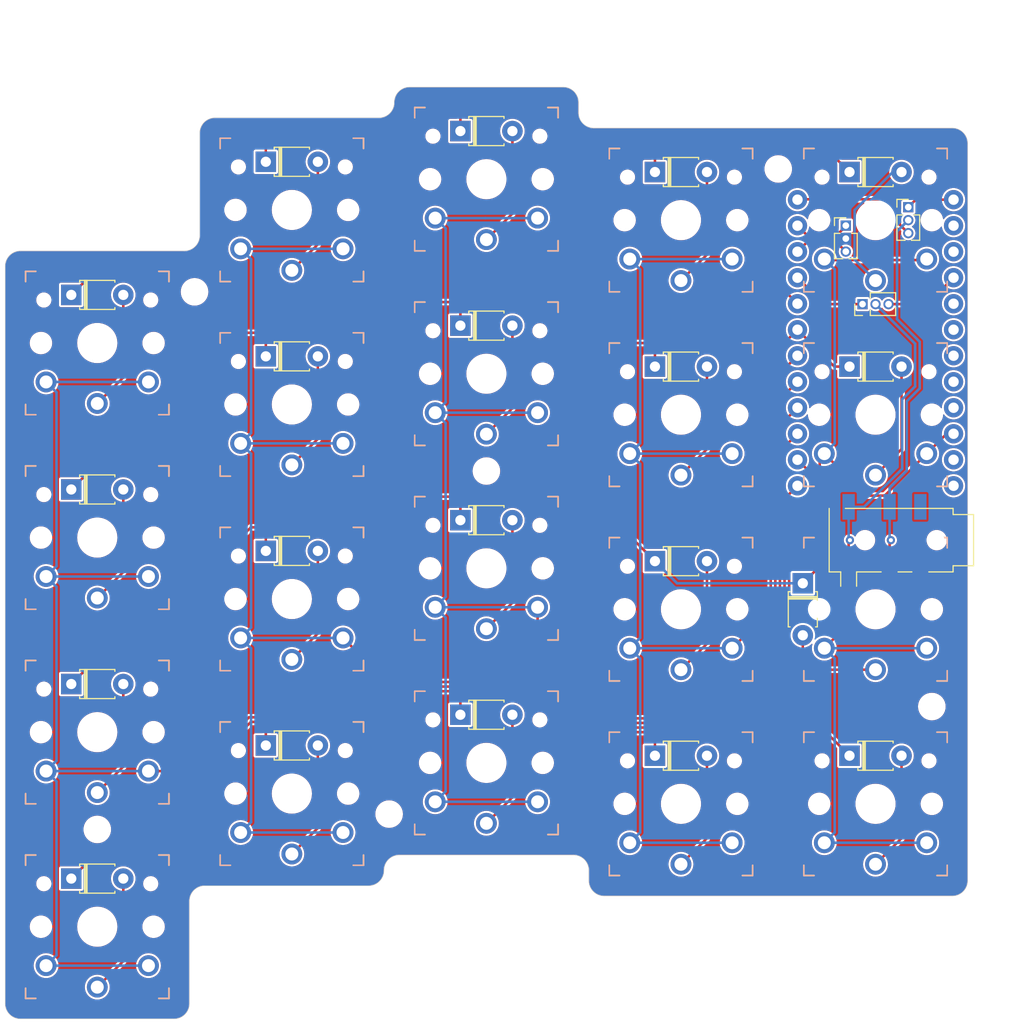
<source format=kicad_pcb>
(kicad_pcb (version 20221018) (generator pcbnew)
  (layers (0 "F.Cu" signal) (31 "B.Cu" signal) (34 "B.Paste" user) (35 "F.Paste" user) (36 "B.SilkS" user "B.Silkscreen") (37 "F.SilkS" user "F.Silkscreen") (38 "B.Mask" user) (39 "F.Mask" user) (44 "Edge.Cuts" user))
  (net 0 "")
  (net 1 "Net-(B1-Pad24)")
  (net 2 "Net-(B1-Pad23)")
  (net 3 "Net-(B1-Pad22)")
  (net 4 "Net-(B1-Pad21)")
  (net 5 "Net-(B1-Pad20)")
  (net 6 "Net-(B1-Pad19)")
  (net 7 "Net-(B1-Pad18)")
  (net 8 "Net-(B1-Pad17)")
  (net 9 "Net-(B1-Pad16)")
  (net 10 "Net-(B1-Pad14)")
  (net 11 "Net-(B1-Pad13)")
  (net 12 "Net-(B1-Pad4)")
  (net 13 "Net-(B1-Pad3)")
  (net 14 "Net-(B1-Pad2)")
  (net 15 "Net-(B1-Pad1)")
  (net 16 "Net-(D1-Pad2)")
  (net 17 "row0")
  (net 18 "Net-(D2-Pad2)")
  (net 19 "row1")
  (net 20 "Net-(D3-Pad2)")
  (net 21 "row2")
  (net 22 "Net-(D4-Pad2)")
  (net 23 "row3")
  (net 24 "Net-(D5-Pad2)")
  (net 25 "Net-(D6-Pad2)")
  (net 26 "Net-(D7-Pad2)")
  (net 27 "Net-(D8-Pad2)")
  (net 28 "Net-(D9-Pad2)")
  (net 29 "Net-(D10-Pad2)")
  (net 30 "Net-(D11-Pad2)")
  (net 31 "Net-(D12-Pad2)")
  (net 32 "Net-(D13-Pad2)")
  (net 33 "Net-(D14-Pad2)")
  (net 34 "Net-(D15-Pad2)")
  (net 35 "Net-(D16-Pad2)")
  (net 36 "Net-(D17-Pad2)")
  (net 37 "Net-(D18-Pad2)")
  (net 38 "Net-(D19-Pad2)")
  (net 39 "Net-(D20-Pad2)")
  (net 40 "Net-(J1-PadR2)")
  (net 41 "TX")
  (net 42 "+5V")
  (net 43 "GND")
  (net 44 "col0")
  (net 45 "col1")
  (net 46 "col2")
  (net 47 "col3")
  (net 48 "col4")
  (footprint "Diode_THT:D_T-1_P5.08mm_Horizontal" (layer "F.Cu") (at 178.4 106.96 -90)
    (fp_text reference "D19" hide)
    (fp_text value "D_Small")
  )
  (footprint "Diode_THT:D_T-1_P5.08mm_Horizontal" (layer "F.Cu") (at 106.96 78.8)
    (fp_text reference "D1" hide)
    (fp_text value "D_Small")
  )
  (footprint "Diode_THT:D_T-1_P5.08mm_Horizontal" (layer "F.Cu") (at 106.96 97.8)
    (fp_text reference "D2" hide)
    (fp_text value "D_Small")
  )
  (footprint "Diode_THT:D_T-1_P5.08mm_Horizontal" (layer "F.Cu") (at 106.96 116.8)
    (fp_text reference "D3" hide)
    (fp_text value "D_Small")
  )
  (footprint "Diode_THT:D_T-1_P5.08mm_Horizontal" (layer "F.Cu") (at 106.96 135.8)
    (fp_text reference "D4" hide)
    (fp_text value "D_Small")
  )
  (footprint "Diode_THT:D_T-1_P5.08mm_Horizontal" (layer "F.Cu") (at 125.96 65.8)
    (fp_text reference "D5" hide)
    (fp_text value "D_Small")
  )
  (footprint "Diode_THT:D_T-1_P5.08mm_Horizontal" (layer "F.Cu") (at 125.96 84.8)
    (fp_text reference "D6" hide)
    (fp_text value "D_Small")
  )
  (footprint "Diode_THT:D_T-1_P5.08mm_Horizontal" (layer "F.Cu") (at 125.96 103.8)
    (fp_text reference "D7" hide)
    (fp_text value "D_Small")
  )
  (footprint "Diode_THT:D_T-1_P5.08mm_Horizontal" (layer "F.Cu") (at 125.96 122.8)
    (fp_text reference "D8" hide)
    (fp_text value "D_Small")
  )
  (footprint "Diode_THT:D_T-1_P5.08mm_Horizontal" (layer "F.Cu") (at 144.96 62.8)
    (fp_text reference "D9" hide)
    (fp_text value "D_Small")
  )
  (footprint "Diode_THT:D_T-1_P5.08mm_Horizontal" (layer "F.Cu") (at 144.96 81.8)
    (fp_text reference "D10" hide)
    (fp_text value "D_Small")
  )
  (footprint "Diode_THT:D_T-1_P5.08mm_Horizontal" (layer "F.Cu") (at 144.96 100.8)
    (fp_text reference "D11" hide)
    (fp_text value "D_Small")
  )
  (footprint "Diode_THT:D_T-1_P5.08mm_Horizontal" (layer "F.Cu") (at 144.96 119.8)
    (fp_text reference "D12" hide)
    (fp_text value "D_Small")
  )
  (footprint "Diode_THT:D_T-1_P5.08mm_Horizontal" (layer "F.Cu") (at 163.96 66.8)
    (fp_text reference "D13" hide)
    (fp_text value "D_Small")
  )
  (footprint "Diode_THT:D_T-1_P5.08mm_Horizontal" (layer "F.Cu") (at 163.96 85.8)
    (fp_text reference "D14" hide)
    (fp_text value "D_Small")
  )
  (footprint "Diode_THT:D_T-1_P5.08mm_Horizontal" (layer "F.Cu") (at 163.96 104.8)
    (fp_text reference "D15" hide)
    (fp_text value "D_Small")
  )
  (footprint "Diode_THT:D_T-1_P5.08mm_Horizontal" (layer "F.Cu") (at 163.96 123.8)
    (fp_text reference "D16" hide)
    (fp_text value "D_Small")
  )
  (footprint "Diode_THT:D_T-1_P5.08mm_Horizontal" (layer "F.Cu") (at 182.96 66.8)
    (fp_text reference "D17" hide)
    (fp_text value "D_Small")
  )
  (footprint "Diode_THT:D_T-1_P5.08mm_Horizontal" (layer "F.Cu") (at 182.96 85.8)
    (fp_text reference "D18" hide)
    (fp_text value "D_Small")
  )
  (footprint "Diode_THT:D_T-1_P5.08mm_Horizontal" (layer "F.Cu") (at 182.96 123.8)
    (fp_text reference "D20" hide)
    (fp_text value "D_Small")
  )
  (footprint "MountingHole:MountingHole_2.2mm_M2" (layer "F.Cu") (at 119 78.5)
    (fp_text reference "H1" hide)
    (fp_text value "MountingHole")
  )
  (footprint "MountingHole:MountingHole_2.2mm_M2" (layer "F.Cu") (at 109.5 131)
    (fp_text reference "H2" hide)
    (fp_text value "MountingHole")
  )
  (footprint "MountingHole:MountingHole_2.2mm_M2" (layer "F.Cu") (at 147.5 96)
    (fp_text reference "H3" hide)
    (fp_text value "MountingHole")
  )
  (footprint "MountingHole:MountingHole_2.2mm_M2" (layer "F.Cu") (at 138 129.5)
    (fp_text reference "H4" hide)
    (fp_text value "MountingHole")
  )
  (footprint "MountingHole:MountingHole_2.2mm_M2" (layer "F.Cu") (at 176 66.5)
    (fp_text reference "H5" hide)
    (fp_text value "MountingHole")
  )
  (footprint "MountingHole:MountingHole_2.2mm_M2" (layer "F.Cu") (at 191 119)
    (fp_text reference "H6" hide)
    (fp_text value "MountingHole")
  )
  (footprint "Connector_PinHeader_1.27mm:PinHeader_1x03_P1.27mm_Vertical" (layer "F.Cu") (at 182.6 72.03)
    (fp_text reference "JP1" hide)
    (fp_text value "Jumper_3_Open")
  )
  (footprint "Connector_PinHeader_1.27mm:PinHeader_1x03_P1.27mm_Vertical" (layer "F.Cu") (at 184.23 79.7 90)
    (fp_text reference "JP3" hide)
    (fp_text value "Jumper_3_Open")
  )
  (footprint "keyswitches:SW_PG1350_reversible" (layer "F.Cu") (at 109.5 83.5)
    (fp_text reference "SW1" hide)
    (fp_text value "SW_Push")
  )
  (footprint "keyswitches:SW_PG1350_reversible" (layer "F.Cu") (at 109.5 102.5)
    (fp_text reference "SW2" hide)
    (fp_text value "SW_Push")
  )
  (footprint "keyswitches:SW_PG1350_reversible" (layer "F.Cu") (at 109.5 121.5)
    (fp_text reference "SW3" hide)
    (fp_text value "SW_Push")
  )
  (footprint "keyswitches:SW_PG1350_reversible" (layer "F.Cu") (at 128.5 70.5)
    (fp_text reference "SW5" hide)
    (fp_text value "SW_Push")
  )
  (footprint "keyswitches:SW_PG1350_reversible" (layer "F.Cu") (at 128.5 89.5)
    (fp_text reference "SW6" hide)
    (fp_text value "SW_Push")
  )
  (footprint "keyswitches:SW_PG1350_reversible" (layer "F.Cu") (at 128.5 108.5)
    (fp_text reference "SW7" hide)
    (fp_text value "SW_Push")
  )
  (footprint "keyswitches:SW_PG1350_reversible" (layer "F.Cu") (at 128.5 127.5)
    (fp_text reference "SW8" hide)
    (fp_text value "SW_Push")
  )
  (footprint "keyswitches:SW_PG1350_reversible" (layer "F.Cu") (at 147.5 67.5)
    (fp_text reference "SW9" hide)
    (fp_text value "SW_Push")
  )
  (footprint "keyswitches:SW_PG1350_reversible" (layer "F.Cu") (at 147.5 86.5)
    (fp_text reference "SW10" hide)
    (fp_text value "SW_Push")
  )
  (footprint "keyswitches:SW_PG1350_reversible" (layer "F.Cu") (at 147.5 105.5)
    (fp_text reference "SW11" hide)
    (fp_text value "SW_Push")
  )
  (footprint "keyswitches:SW_PG1350_reversible" (layer "F.Cu") (at 147.5 124.5)
    (fp_text reference "SW12" hide)
    (fp_text value "SW_Push")
  )
  (footprint "keyswitches:SW_PG1350_reversible" (layer "F.Cu") (at 166.5 71.5)
    (fp_text reference "SW13" hide)
    (fp_text value "SW_Push")
  )
  (footprint "keyswitches:SW_PG1350_reversible" (layer "F.Cu") (at 166.5 90.5)
    (fp_text reference "SW14" hide)
    (fp_text value "SW_Push")
  )
  (footprint "keyswitches:SW_PG1350_reversible" (layer "F.Cu") (at 166.5 109.5)
    (fp_text reference "SW15" hide)
    (fp_text value "SW_Push")
  )
  (footprint "keyswitches:SW_PG1350_reversible" (layer "F.Cu") (at 166.5 128.5)
    (fp_text reference "SW16" hide)
    (fp_text value "SW_Push")
  )
  (footprint "keyswitches:SW_PG1350_reversible" (layer "F.Cu") (at 185.5 71.5)
    (fp_text reference "SW17" hide)
    (fp_text value "SW_Push")
  )
  (footprint "keyswitches:SW_PG1350_reversible" (layer "F.Cu") (at 185.5 90.5)
    (fp_text reference "SW18" hide)
    (fp_text value "SW_Push")
  )
  (footprint "keyswitches:SW_PG1350_reversible" (layer "F.Cu") (at 185.5 109.5)
    (fp_text reference "SW19" hide)
    (fp_text value "SW_Push")
  )
  (footprint "keyswitches:SW_PG1350_reversible" (layer "F.Cu") (at 185.5 128.5)
    (fp_text reference "SW20" hide)
    (fp_text value "SW_Push")
  )
  (footprint "Boards:SPARKFUN_PRO_MICRO" (layer "F.Cu") (at 185.5 82.2)
    (fp_text reference "B1" hide)
    (fp_text value "SPARKFUN_PRO_MICRO" hide)
  )
  (footprint "Connector_PinHeader_1.27mm:PinHeader_1x03_P1.27mm_Vertical" (layer "F.Cu") (at 188.7 70.23)
    (fp_text reference "JP2" hide)
    (fp_text value "Jumper_3_Open")
  )
  (footprint "keyswitches:SW_PG1350_reversible" (layer "F.Cu") (at 109.5 140.5)
    (fp_text reference "SW4" hide)
    (fp_text value "SW_Push")
  )
  (footprint "Connector_Audio:Jack_3.5mm_PJ320D_Horizontal" (layer "F.Cu") (at 186.7 102.75 180)
    (fp_text reference "J1" hide)
    (fp_text value "AudioJack4")
  )
  (gr_line (start 157.5 135) (end 157.5 136) (stroke (width 0.05)) (layer "Edge.Cuts"))
  (gr_line (start 156.5 61) (end 156.5 60) (stroke (width 0.05)) (layer "Edge.Cuts"))
  (gr_line (start 100.5 76) (end 100.5 148) (stroke (width 0.05)) (layer "Edge.Cuts"))
  (gr_arc (start 118.5 138) (mid 118.93934 136.93934) (end 120 136.5) (stroke (width 0.05)) (layer "Edge.Cuts"))
  (gr_arc (start 118.5 148) (mid 118.06066 149.06066) (end 117 149.5) (stroke (width 0.05)) (layer "Edge.Cuts"))
  (gr_arc (start 102 149.5) (mid 100.93934 149.06066) (end 100.5 148) (stroke (width 0.05)) (layer "Edge.Cuts"))
  (gr_arc (start 194.5 136) (mid 194.06066 137.06066) (end 193 137.5) (stroke (width 0.05)) (layer "Edge.Cuts"))
  (gr_arc (start 100.5 76) (mid 100.93934 74.93934) (end 102 74.5) (stroke (width 0.05)) (layer "Edge.Cuts"))
  (gr_arc (start 138.5 60) (mid 138.93934 58.93934) (end 140 58.5) (stroke (width 0.05)) (layer "Edge.Cuts"))
  (gr_arc (start 119.5 63) (mid 119.93934 61.93934) (end 121 61.5) (stroke (width 0.05)) (layer "Edge.Cuts"))
  (gr_line (start 159 137.5) (end 193 137.5) (stroke (width 0.05)) (layer "Edge.Cuts"))
  (gr_arc (start 119.5 73) (mid 119.06066 74.06066) (end 118 74.5) (stroke (width 0.05)) (layer "Edge.Cuts"))
  (gr_arc (start 159 137.5) (mid 157.93934 137.06066) (end 157.5 136) (stroke (width 0.05)) (layer "Edge.Cuts"))
  (gr_arc (start 193 62.5) (mid 194.06066 62.93934) (end 194.5 64) (stroke (width 0.05)) (layer "Edge.Cuts"))
  (gr_line (start 139 133.5) (end 156 133.5) (stroke (width 0.05)) (layer "Edge.Cuts"))
  (gr_line (start 119.5 63) (end 119.5 73) (stroke (width 0.05)) (layer "Edge.Cuts"))
  (gr_line (start 194.5 136) (end 194.5 64) (stroke (width 0.05)) (layer "Edge.Cuts"))
  (gr_line (start 102 149.5) (end 117 149.5) (stroke (width 0.05)) (layer "Edge.Cuts"))
  (gr_line (start 118 74.5) (end 102 74.5) (stroke (width 0.05)) (layer "Edge.Cuts"))
  (gr_line (start 193 62.5) (end 158 62.5) (stroke (width 0.05)) (layer "Edge.Cuts"))
  (gr_arc (start 137.5 135) (mid 137.93934 133.93934) (end 139 133.5) (stroke (width 0.05)) (layer "Edge.Cuts"))
  (gr_line (start 155 58.5) (end 140 58.5) (stroke (width 0.05)) (layer "Edge.Cuts"))
  (gr_arc (start 158 62.5) (mid 156.93934 62.06066) (end 156.5 61) (stroke (width 0.05)) (layer "Edge.Cuts"))
  (gr_line (start 120 136.5) (end 136 136.5) (stroke (width 0.05)) (layer "Edge.Cuts"))
  (gr_line (start 118.5 148) (end 118.5 138) (stroke (width 0.05)) (layer "Edge.Cuts"))
  (gr_arc (start 138.5 60) (mid 138.06066 61.06066) (end 137 61.5) (stroke (width 0.05)) (layer "Edge.Cuts"))
  (gr_line (start 137 61.5) (end 121 61.5) (stroke (width 0.05)) (layer "Edge.Cuts"))
  (gr_arc (start 137.5 135) (mid 137.06066 136.06066) (end 136 136.5) (stroke (width 0.05)) (layer "Edge.Cuts"))
  (gr_arc (start 156 133.5) (mid 157.06066 133.93934) (end 157.5 135) (stroke (width 0.05)) (layer "Edge.Cuts"))
  (gr_arc (start 155 58.5) (mid 156.06066 58.93934) (end 156.5 60) (stroke (width 0.05)) (layer "Edge.Cuts"))
  (segment (start 193.12 69.5) (end 189.43 69.5) (width 0.25) (layer "F.Cu") (net 1))
  (segment (start 189.43 69.5) (end 188.7 70.23) (width 0.25) (layer "F.Cu") (net 1))
  (segment (start 190.54 79.7) (end 193.12 77.12) (width 0.25) (layer "F.Cu") (net 4))
  (segment (start 186.77 79.7) (end 190.54 79.7) (width 0.25) (layer "F.Cu") (net 4))
  (segment (start 180.46 79.7) (end 177.88 77.12) (width 0.25) (layer "F.Cu") (net 12))
  (segment (start 184.23 79.7) (end 180.46 79.7) (width 0.25) (layer "F.Cu") (net 12))
  (segment (start 177.88 74.58) (end 178.91 73.55) (width 0.25) (layer "F.Cu") (net 13))
  (segment (start 181.58 73.55) (end 182.6 74.57) (width 0.25) (layer "F.Cu") (net 13))
  (segment (start 178.91 73.55) (end 181.58 73.55) (width 0.25) (layer "F.Cu") (net 13))
  (segment (start 178.91 73.07) (end 181.608998 73.07) (width 0.25) (layer "F.Cu") (net 14))
  (segment (start 182.6 72.078998) (end 182.6 72.03) (width 0.25) (layer "F.Cu") (net 14))
  (segment (start 177.88 72.04) (end 178.91 73.07) (width 0.25) (layer "F.Cu") (net 14))
  (segment (start 181.608998 73.07) (end 182.6 72.078998) (width 0.25) (layer "F.Cu") (net 14))
  (segment (start 188.7 72.77) (end 187.874999 71.944999) (width 0.25) (layer "F.Cu") (net 15))
  (segment (start 187.874999 71.944999) (end 187.874999 70.856537) (width 0.25) (layer "F.Cu") (net 15))
  (segment (start 177.919501 69.460499) (end 177.88 69.5) (width 0.25) (layer "F.Cu") (net 15))
  (segment (start 186.478961 69.460499) (end 177.919501 69.460499) (width 0.25) (layer "F.Cu") (net 15))
  (segment (start 187.874999 70.856537) (end 186.478961 69.460499) (width 0.25) (layer "F.Cu") (net 15))
  (segment (start 112.04 78.8) (end 112.04 86.86) (width 0.25) (layer "F.Cu") (net 16))
  (segment (start 112.04 86.86) (end 109.5 89.4) (width 0.25) (layer "F.Cu") (net 16))
  (segment (start 127 63.5) (end 136.5 63.5) (width 0.25) (layer "F.Cu") (net 17))
  (segment (start 158.880734 64.5) (end 165 64.5) (width 0.25) (layer "F.Cu") (net 17))
  (segment (start 125.96 64.54) (end 127 63.5) (width 0.25) (layer "F.Cu") (net 17))
  (segment (start 155 60.619266) (end 155.440367 61.059633) (width 0.25) (layer "F.Cu") (net 17))
  (segment (start 165 64.5) (end 168.5 64.5) (width 0.25) (layer "F.Cu") (net 17))
  (segment (start 109.26 76.5) (end 118 76.5) (width 0.25) (layer "F.Cu") (net 17))
  (segment (start 118 76.5) (end 121.5 73) (width 0.25) (layer "F.Cu") (net 17))
  (segment (start 146 60.5) (end 153.5 60.5) (width 0.25) (layer "F.Cu") (net 17))
  (segment (start 153.5 60.5) (end 154.880734 60.5) (width 0.25) (layer "F.Cu") (net 17))
  (segment (start 144.96 61.54) (end 146 60.5) (width 0.25) (layer "F.Cu") (net 17))
  (segment (start 155.440367 61.059633) (end 158.880734 64.5) (width 0.25) (layer "F.Cu") (net 17))
  (segment (start 176.615199 70.115199) (end 176.615199 78.395199) (width 0.25) (layer "F.Cu") (net 17))
  (segment (start 180.66 64.5) (end 182.96 66.8) (width 0.25) (layer "F.Cu") (net 17))
  (segment (start 171 64.5) (end 176.615199 70.115199) (width 0.25) (layer "F.Cu") (net 17))
  (segment (start 168.5 64.5) (end 180.66 64.5) (width 0.25) (layer "F.Cu") (net 17))
  (segment (start 124.5 63.5) (end 127 63.5) (width 0.25) (layer "F.Cu") (net 17))
  (segment (start 121.5 73) (end 121.5 66.5) (width 0.25) (layer "F.Cu") (net 17))
  (segment (start 163.96 66.8) (end 163.96 65.54) (width 0.25) (layer "F.Cu") (net 17))
  (segment (start 144.96 62.8) (end 144.96 61.54) (width 0.25) (layer "F.Cu") (net 17))
  (segment (start 125.96 65.8) (end 125.96 64.54) (width 0.25) (layer "F.Cu") (net 17))
  (segment (start 154.880734 60.5) (end 155.440367 61.059633) (width 0.25) (layer "F.Cu") (net 17))
  (segment (start 163.96 65.54) (end 165 64.5) (width 0.25) (layer "F.Cu") (net 17))
  (segment (start 121.5 66.5) (end 124.5 63.5) (width 0.25) (layer "F.Cu") (net 17))
  (segment (start 139.5 60.5) (end 146 60.5) (width 0.25) (layer "F.Cu") (net 17))
  (segment (start 106.96 78.8) (end 109.26 76.5) (width 0.25) (layer "F.Cu") (net 17))
  (segment (start 136.5 63.5) (end 139.5 60.5) (width 0.25) (layer "F.Cu") (net 17))
  (segment (start 165 64.5) (end 171 64.5) (width 0.25) (layer "F.Cu") (net 17))
  (segment (start 176.615199 78.395199) (end 177.88 79.66) (width 0.25) (layer "F.Cu") (net 17))
  (segment (start 112.04 97.8) (end 112.04 105.86) (width 0.25) (layer "F.Cu") (net 18))
  (segment (start 112.04 105.86) (end 109.5 108.4) (width 0.25) (layer "F.Cu") (net 18))
  (segment (start 121.5 90.5) (end 121.5 85) (width 0.25) (layer "F.Cu") (net 19))
  (segment (start 124 82.5) (end 127 82.5) (width 0.25) (layer "F.Cu") (net 19))
  (segment (start 159 83.5) (end 165 83.5) (width 0.25) (layer "F.Cu") (net 19))
  (segment (start 144.96 81.8) (end 144.96 80.54) (width 0.25) (layer "F.Cu") (net 19))
  (segment (start 181.48 85.8) (end 177.88 82.2) (width 0.25) (layer "F.Cu") (net 19))
  (segment (start 146 79.5) (end 155 79.5) (width 0.25) (layer "F.Cu") (net 19))
  (segment (start 163.96 84.54) (end 165 83.5) (width 0.25) (layer "F.Cu") (net 19))
  (segment (start 109.26 95.5) (end 116.5 95.5) (width 0.25) (layer "F.Cu") (net 19))
  (segment (start 182.96 85.8) (end 181.48 85.8) (width 0.25) (layer "F.Cu") (net 19))
  (segment (start 163.96 85.8) (end 163.96 84.54) (width 0.25) (layer "F.Cu") (net 19))
  (segment (start 125.96 83.54) (end 127 82.5) (width 0.25) (layer "F.Cu") (net 19))
  (segment (start 125.96 84.8) (end 125.96 83.54) (width 0.25) (layer "F.Cu") (net 19))
  (segment (start 127 82.5) (end 136.5 82.5) (width 0.25) (layer "F.Cu") (net 19))
  (segment (start 176.58 83.5) (end 177.88 82.2) (width 0.25) (layer "F.Cu") (net 19))
  (segment (start 144.96 80.54) (end 146 79.5) (width 0.25) (layer "F.Cu") (net 19))
  (segment (start 173.5 83.5) (end 176.58 83.5) (width 0.25) (layer "F.Cu") (net 19))
  (segment (start 155 79.5) (end 159 83.5) (width 0.25) (layer "F.Cu") (net 19))
  (segment (start 121.5 85) (end 124 82.5) (width 0.25) (layer "F.Cu") (net 19))
  (segment (start 136.5 82.5) (end 139.5 79.5) (width 0.25) (layer "F.Cu") (net 19))
  (segment (start 139.5 79.5) (end 146 79.5) (width 0.25) (layer "F.Cu") (net 19))
  (segment (start 106.96 97.8) (end 109.26 95.5) (width 0.25) (layer "F.Cu") (net 19))
  (segment (start 116.5 95.5) (end 121.5 90.5) (width 0.25) (layer "F.Cu") (net 19))
  (segment (start 165 83.5) (end 173.5 83.5) (width 0.25) (layer "F.Cu") (net 19))
  (segment (start 112.04 116.8) (end 112.04 124.86) (width 0.25) (layer "F.Cu") (net 20))
  (segment (start 112.04 124.86) (end 109.5 127.4) (width 0.25) (layer "F.Cu") (net 20))
  (segment (start 179.6 105.6) (end 179.6 105.76) (width 0.25) (layer "F.Cu") (net 21))
  (segment (start 124.5 101.5) (end 127 101.5) (width 0.25) (layer "F.Cu") (net 21))
  (segment (start 127 101.5) (end 136.5 101.5) (width 0.25) (layer "F.Cu") (net 21))
  (segment (start 116.5 114.5) (end 121.5 109.5) (width 0.25) (layer "F.Cu") (net 21))
  (segment (start 163.96 104.8) (end 161.66 102.5) (width 0.25) (layer "F.Cu") (net 21))
  (segment (start 146 98.5) (end 155 98.5) (width 0.25) (layer "F.Cu") (net 21))
  (segment (start 136.5 101.5) (end 139.5 98.5) (width 0.25) (layer "F.Cu") (net 21))
  (segment (start 144.96 100.8) (end 144.96 99.54) (width 0.25) (layer "F.Cu") (net 21))
  (segment (start 106.96 116.8) (end 109.26 114.5) (width 0.25) (layer "F.Cu") (net 21))
  (segment (start 125.96 103.8) (end 125.96 102.54) (width 0.25) (layer "F.Cu") (net 21))
  (segment (start 121.5 109.5) (end 121.5 104.5) (width 0.25) (layer "F.Cu") (net 21))
  (segment (start 139.5 98.5) (end 146 98.5) (width 0.25) (layer "F.Cu") (net 21))
  (segment (start 179.6 96.62) (end 179.6 105.6) (width 0.25) (layer "F.Cu") (net 21))
  (segment (start 155 98.5) (end 159 102.5) (width 0.25) (layer "F.Cu") (net 21))
  (segment (start 144.96 99.54) (end 146 98.5) (width 0.25) (layer "F.Cu") (net 21))
  (segment (start 179.6 105.76) (end 178.4 106.96) (width 0.25) (layer "F.Cu") (net 21))
  (segment (start 161.66 102.5) (end 159 102.5) (width 0.25) (layer "F.Cu") (net 21))
  (segment (start 177.88 94.9) (end 179.6 96.62) (width 0.25) (layer "F.Cu") (net 21))
  (segment (start 121.5 104.5) (end 124.5 101.5) (width 0.25) (layer "F.Cu") (net 21))
  (segment (start 109.26 114.5) (end 116.5 114.5) (width 0.25) (layer "F.Cu") (net 21))
  (segment (start 125.96 102.54) (end 127 101.5) (width 0.25) (layer "F.Cu") (net 21))
  (segment (start 178.4 106.96) (end 166.12 106.96) (width 0.25) (layer "B.Cu") (net 21))
  (segment (start 166.12 106.96) (end 163.96 104.8) (width 0.25) (layer "B.Cu") (net 21))
  (segment (start 112.04 143.86) (end 109.5 146.4) (width 0.25) (layer "F.Cu") (net 22))
  (segment (start 112.04 135.8) (end 112.04 143.86) (width 0.25) (layer "F.Cu") (net 22))
  (segment (start 121.5 123.5) (end 124.5 120.5) (width 0.25) (layer "F.Cu") (net 23))
  (segment (start 109.26 133.5) (end 116.5 133.5) (width 0.25) (layer "F.Cu") (net 23))
  (segment (start 163.96 123.8) (end 163.96 122.54) (width 0.25) (layer "F.Cu") (net 23))
  (segment (start 180.66 121.5) (end 182.96 123.8) (width 0.25) (layer "F.Cu") (net 23))
  (segment (start 124.5 120.5) (end 127 120.5) (width 0.25) (layer "F.Cu") (net 23))
  (segment (start 136.5 120.5) (end 139.5 117.5) (width 0.25) (layer "F.Cu") (net 23))
  (segment (start 144.96 118.54) (end 146 117.5) (width 0.25) (layer "F.Cu") (net 23))
  (segment (start 125.96 121.54) (end 127 120.5) (width 0.25) (layer "F.Cu") (net 23))
  (segment (start 127 120.5) (end 136.5 120.5) (width 0.25) (layer "F.Cu") (net 23))
  (segment (start 177.065209 98.254791) (end 177.88 97.44) (width 0.25) (layer "F.Cu") (net 23))
  (segment (start 165 121.5) (end 173 121.5) (width 0.25) (layer "F.Cu") (net 23))
  (segment (start 155 117.5) (end 159 121.5) (width 0.25) (layer "F.Cu") (net 23))
  (segment (start 159 121.5) (end 165 121.5) (width 0.25) (layer "F.Cu") (net 23))
  (segment (start 177.065209 118.671181) (end 177.065209 98.254791) (width 0.25) (layer "F.Cu") (net 23))
  (segment (start 116.5 133.5) (end 121.5 128.5) (width 0.25) (layer "F.Cu") (net 23))
  (segment (start 106.96 135.8) (end 109.26 133.5) (width 0.25) (layer "F.Cu") (net 23))
  (segment (start 144.96 119.8) (end 144.96 118.54) (width 0.25) (layer "F.Cu") (net 23))
  (segment (start 125.96 122.8) (end 125.96 121.54) (width 0.25) (layer "F.Cu") (net 23))
  (segment (start 139.5 117.5) (end 146 117.5) (width 0.25) (layer "F.Cu") (net 23))
  (segment (start 121.5 128.5) (end 121.5 123.5) (width 0.25) (layer "F.Cu") (net 23))
  (segment (start 163.96 122.54) (end 165 121.5) (width 0.25) (layer "F.Cu") (net 23))
  (segment (start 174.236391 121.499999) (end 177.065209 118.671181) (width 0.25) (layer "F.Cu") (net 23))
  (segment (start 173 121.5) (end 174.236391 121.499999) (width 0.25) (layer "F.Cu") (net 23))
  (segment (start 173 121.5) (end 180.66 121.5) (width 0.25) (layer "F.Cu") (net 23))
  (segment (start 146 117.5) (end 155 117.5) (width 0.25) (layer "F.Cu") (net 23))
  (segment (start 131.04 65.8) (end 131.04 73.86) (width 0.25) (layer "F.Cu") (net 24))
  (segment (start 131.04 73.86) (end 128.5 76.4) (width 0.25) (layer "F.Cu") (net 24))
  (segment (start 131.04 84.8) (end 131.04 92.86) (width 0.25) (layer "F.Cu") (net 25))
  (segment (start 131.04 92.86) (end 128.5 95.4) (width 0.25) (layer "F.Cu") (net 25))
  (segment (start 131.04 103.8) (end 131.04 111.86) (width 0.25) (layer "F.Cu") (net 26))
  (segment (start 131.04 111.86) (end 128.5 114.4) (width 0.25) (layer "F.Cu") (net 26))
  (segment (start 131.04 130.86) (end 128.5 133.4) (width 0.25) (layer "F.Cu") (net 27))
  (segment (start 131.04 122.8) (end 131.04 130.86) (width 0.25) (layer "F.Cu") (net 27))
  (segment (start 150.04 62.8) (end 150.04 70.86) (width 0.25) (layer "F.Cu") (net 28))
  (segment (start 150.04 70.86) (end 147.5 73.4) (width 0.25) (layer "F.Cu") (net 28))
  (segment (start 150.04 89.86) (end 147.5 92.4) (width 0.25) (layer "F.Cu") (net 29))
  (segment (start 150.04 81.8) (end 150.04 89.86) (width 0.25) (layer "F.Cu") (net 29))
  (segment (start 150.04 108.86) (end 147.5 111.4) (width 0.25) (layer "F.Cu") (net 30))
  (segment (start 150.04 100.8) (end 150.04 108.86) (width 0.25) (layer "F.Cu") (net 30))
  (segment (start 150.04 119.8) (end 150.04 127.86) (width 0.25) (layer "F.Cu") (net 31))
  (segment (start 150.04 127.86) (end 147.5 130.4) (width 0.25) (layer "F.Cu") (net 31))
  (segment (start 169.04 74.86) (end 166.5 77.4) (width 0.25) (layer "F.Cu") (net 32))
  (segment (start 169.04 66.8) (end 169.04 74.86) (width 0.25) (layer "F.Cu") (net 32))
  (segment (start 169.04 85.8) (end 169.04 93.86) (width 0.25) (layer "F.Cu") (net 33))
  (segment (start 169.04 93.86) (end 166.5 96.4) (width 0.25) (layer "F.Cu") (net 33))
  (segment (start 169.04 112.86) (end 166.5 115.4) (width 0.25) (layer "F.Cu") (net 34))
  (segment (start 169.04 104.8) (end 169.04 112.86) (width 0.25) (layer "F.Cu") (net 34))
  (segment (start 169.04 123.8) (end 169.04 131.86) (width 0.25) (layer "F.Cu") (net 35))
  (segment (start 169.04 131.86) (end 166.5 134.4) (width 0.25) (layer "F.Cu") (net 35))
  (segment (start 183.460499 70.521039) (end 187.181538 66.8) (width 0.25) (layer "B.Cu") (net 36))
  (segment (start 185.5 77.4) (end 183.460499 75.360499) (width 0.25) (layer "B.Cu") (net 36))
  (segment (start 187.181538 66.8) (end 188.04 66.8) (width 0.25) (layer "B.Cu") (net 36))
  (segment (start 183.460499 75.360499) (end 183.460499 70.521039) (width 0.25) (layer "B.Cu") (net 36))
  (segment (start 188.04 93.86) (end 185.5 96.4) (width 0.25) (layer "F.Cu") (net 37))
  (segment (start 188.04 85.8) (end 188.04 93.86) (width 0.25) (layer "F.Cu") (net 37))
  (segment (start 178.4 112.08) (end 178.4 114.3) (width 0.25) (layer "F.Cu") (net 38))
  (segment (start 178.4 114.3) (end 179.5 115.4) (width 0.25) (layer "F.Cu") (net 38))
  (segment (start 179.5 115.4) (end 185.5 115.4) (width 0.25) (layer "F.Cu") (net 38))
  (segment (start 188.04 123.8) (end 188.04 131.86) (width 0.25) (layer "F.Cu") (net 39))
  (segment (start 188.04 131.86) (end 185.5 134.4) (width 0.25) (layer "F.Cu") (net 39))
  (segment (start 186.875 106) (end 186.875 102.875) (width 0.25) (layer "F.Cu") (net 41))
  (segment (start 186.875 102.875) (end 187 102.75) (width 0.25) (layer "F.Cu") (net 41))
  (via (at 187 102.75) (size 0.8) (drill 0.4) (layers "F.Cu" "B.Cu") (net 41))
  (segment (start 188.7 71.5) (end 187.74 72.46) (width 0.25) (layer "B.Cu") (net 41))
  (segment (start 186.875 97.646092) (end 186.875 99.5) (width 0.25) (layer "B.Cu") (net 41))
  (segment (start 186.875 102.625) (end 187 102.75) (width 0.25) (layer "B.Cu") (net 41))
  (segment (start 187.6 72.6) (end 187.6 81.16359) (width 0.25) (layer "B.Cu") (net 41))
  (segment (start 189.81501 87.9214) (end 188.55001 89.1864) (width 0.25) (layer "B.Cu") (net 41))
  (segment (start 186.875 99.5) (end 186.875 102.625) (width 0.25) (layer "B.Cu") (net 41))
  (segment (start 188.550009 95.971083) (end 186.875 97.646092) (width 0.25) (layer "B.Cu") (net 41))
  (segment (start 189.815011 83.378601) (end 189.81501 87.9214) (width 0.25) (layer "B.Cu") (net 41))
  (segment (start 188.55001 89.1864) (end 188.550009 95.971083) (width 0.25) (layer "B.Cu") (net 41))
  (segment (start 188.7 71.5) (end 187.6 72.6) (width 0.25) (layer "B.Cu") (net 41))
  (segment (start 187.6 81.16359) (end 189.815011 83.378601) (width 0.25) (layer "B.Cu") (net 41))
  (segment (start 182.875 102.875) (end 183 102.75) (width 0.25) (layer "F.Cu") (net 42))
  (segment (start 182.875 106) (end 182.875 102.875) (width 0.25) (layer "F.Cu") (net 42))
  (via (at 183 102.75) (size 0.8) (drill 0.4) (layers "F.Cu" "B.Cu") (net 42))
  (segment (start 184.384682 99.5) (end 182.875 99.5) (width 0.25) (layer "B.Cu") (net 42))
  (segment (start 185.5 79.7) (end 189.365001 83.565001) (width 0.25) (layer "B.Cu") (net 42))
  (segment (start 189.365001 83.565001) (end 189.365001 87.734999) (width 0.25) (layer "B.Cu") (net 42))
  (segment (start 188.1 89) (end 188.1 95.784682) (width 0.25) (layer "B.Cu") (net 42))
  (segment (start 182.875 102.625) (end 183 102.75) (width 0.25) (layer "B.Cu") (net 42))
  (segment (start 182.875 99.5) (end 182.875 102.625) (width 0.25) (layer "B.Cu") (net 42))
  (segment (start 189.365001 87.734999) (end 188.1 89) (width 0.25) (layer "B.Cu") (net 42))
  (segment (start 188.1 95.784682) (end 184.384682 99.5) (width 0.25) (layer "B.Cu") (net 42))
  (segment (start 177.88 92.36) (end 176.615199 93.624801) (width 0.25) (layer "F.Cu") (net 44))
  (segment (start 176.615199 93.624801) (end 176.615199 118.484781) (width 0.25) (layer "F.Cu") (net 44))
  (segment (start 155.186401 117.049991) (end 139.3136 117.04999) (width 0.25) (layer "F.Cu") (net 44))
  (segment (start 124.3136 120.04999) (end 119.06359 125.3) (width 0.25) (layer "F.Cu") (net 44))
  (segment (start 136.3136 120.04999) (end 124.3136 120.04999) (width 0.25) (layer "F.Cu") (net 44))
  (segment (start 174.04999 121.04999) (end 159.1864 121.04999) (width 0.25) (layer "F.Cu") (net 44))
  (segment (start 176.615199 118.484781) (end 174.04999 121.04999) (width 0.25) (layer "F.Cu") (net 44))
  (segment (start 159.1864 121.04999) (end 155.186401 117.049991) (width 0.25) (layer "F.Cu") (net 44))
  (segment (start 139.3136 117.04999) (end 136.3136 120.04999) (width 0.25) (layer "F.Cu") (net 44))
  (segment (start 119.06359 125.3) (end 114.5 125.3) (width 0.25) (layer "F.Cu") (net 44))
  (segment (start 104.5 125.3) (end 105.515999 124.284001) (width 0.25) (layer "B.Cu") (net 44))
  (segment (start 105.515999 105.284001) (end 105.515999 88.315999) (width 0.25) (layer "B.Cu") (net 44))
  (segment (start 105.515999 143.284001) (end 105.515999 126.315999) (width 0.25) (layer "B.Cu") (net 44))
  (segment (start 104.5 144.3) (end 105.515999 143.284001) (width 0.25) (layer "B.Cu") (net 44))
  (segment (start 105.515999 88.315999) (end 104.5 87.3) (width 0.25) (layer "B.Cu") (net 44))
  (segment (start 104.5 87.3) (end 114.5 87.3) (width 0.25) (layer "B.Cu") (net 44))
  (segment (start 104.5 144.3) (end 114.5 144.3) (width 0.25) (layer "B.Cu") (net 44))
  (segment (start 104.5 125.3) (end 114.5 125.3) (width 0.25) (layer "B.Cu") (net 44))
  (segment (start 105.515999 124.284001) (end 105.515999 107.315999) (width 0.25) (layer "B.Cu") (net 44))
  (segment (start 105.515999 126.315999) (end 104.5 125.3) (width 0.25) (layer "B.Cu") (net 44))
  (segment (start 105.515999 107.315999) (end 104.5 106.3) (width 0.25) (layer "B.Cu") (net 44))
  (segment (start 104.5 106.3) (end 114.5 106.3) (width 0.25) (layer "B.Cu") (net 44))
  (segment (start 104.5 106.3) (end 105.515999 105.284001) (width 0.25) (layer "B.Cu") (net 44))
  (segment (start 173.86359 120.59998) (end 176.165189 118.298381) (width 0.25) (layer "F.Cu") (net 45))
  (segment (start 133.5 112.3) (end 137.799981 116.599981) (width 0.25) (layer "F.Cu") (net 45))
  (segment (start 159.3728 120.59998) (end 173.86359 120.59998) (width 0.25) (layer "F.Cu") (net 45))
  (segment (start 176.165189 118.298381) (end 176.165189 91.534811) (width 0.25) (layer "F.Cu") (net 45))
  (segment (start 176.165189 91.534811) (end 177.88 89.82) (width 0.25) (layer "F.Cu") (net 45))
  (segment (start 137.799981 116.599981) (end 155.372802 116.599982) (width 0.25) (layer "F.Cu") (net 45))
  (segment (start 155.372802 116.599982) (end 159.3728 120.59998) (width 0.25) (layer "F.Cu") (net 45))
  (segment (start 123.5 93.3) (end 133.5 93.3) (width 0.25) (layer "B.Cu") (net 45))
  (segment (start 123.5 93.3) (end 124.515999 94.315999) (width 0.25) (layer "B.Cu") (net 45))
  (segment (start 124.515999 130.284001) (end 123.5 131.3) (width 0.25) (layer "B.Cu") (net 45))
  (segment (start 124.515999 111.284001) (end 123.5 112.3) (width 0.25) (layer "B.Cu") (net 45))
  (segment (start 123.5 74.3) (end 124.515999 75.315999) (width 0.25) (layer "B.Cu") (net 45))
  (segment (start 124.515999 94.315999) (end 124.515999 111.284001) (width 0.25) (layer "B.Cu") (net 45))
  (segment (start 124.515999 92.284001) (end 123.5 93.3) (width 0.25) (layer "B.Cu") (net 45))
  (segment (start 123.5 74.3) (end 133.5 74.3) (width 0.25) (layer "B.Cu") (net 45))
  (segment (start 123.5 131.3) (end 133.5 131.3) (width 0.25) (layer "B.Cu") (net 45))
  (segment (start 124.515999 75.315999) (end 124.515999 92.284001) (width 0.25) (layer "B.Cu") (net 45))
  (segment (start 123.5 112.3) (end 133.5 112.3) (width 0.25) (layer "B.Cu") (net 45))
  (segment (start 123.5 112.3) (end 124.515999 113.315999) (width 0.25) (layer "B.Cu") (net 45))
  (segment (start 124.515999 113.315999) (end 124.515999 130.284001) (width 0.25) (layer "B.Cu") (net 45))
  (segment (start 159.5592 120.14997) (end 152.5 113.09077) (width 0.25) (layer "F.Cu") (net 46))
  (segment (start 175.715179 89.444821) (end 175.715179 118.111981) (width 0.25) (layer "F.Cu") (net 46))
  (segment (start 173.67719 120.14997) (end 159.5592 120.14997) (width 0.25) (layer "F.Cu") (net 46))
  (segment (start 152.5 113.09077) (end 152.5 109.3) (width 0.25) (layer "F.Cu") (net 46))
  (segment (start 175.715179 118.111981) (end 173.67719 120.14997) (width 0.25) (layer "F.Cu") (net 46))
  (segment (start 177.88 87.28) (end 175.715179 89.444821) (width 0.25) (layer "F.Cu") (net 46))
  (segment (start 143.515999 91.315999) (end 142.5 90.3) (width 0.25) (layer "B.Cu") (net 46))
  (segment (start 147.384682 71.3) (end 152.5 71.3) (width 0.25) (layer "B.Cu") (net 46))
  (segment (start 142.5 128.3) (end 143.515999 127.284001) (width 0.25) (layer "B.Cu") (net 46))
  (segment (start 142.5 128.3) (end 152.5 128.3) (width 0.25) (layer "B.Cu") (net 46))
  (segment (start 143.515999 108.284001) (end 143.515999 91.315999) (width 0.25) (layer "B.Cu") (net 46))
  (segment (start 143.515999 127.284001) (end 143.515999 110.315999) (width 0.25) (layer "B.Cu") (net 46))
  (segment (start 142.5 71.3) (end 143.515999 72.315999) (width 0.25) (layer "B.Cu") (net 46))
  (segment (start 142.5 109.3) (end 152.5 109.3) (width 0.25) (layer "B.Cu") (net 46))
  (segment (start 143.515999 110.315999) (end 142.5 109.3) (width 0.25) (layer "B.Cu") (net 46))
  (segment (start 143.515999 89.284001) (end 142.5 90.3) (width 0.25) (layer "B.Cu") (net 46))
  (segment (start 142.5 71.3) (end 147.384682 71.3) (width 0.25) (layer "B.Cu") (net 46))
  (segment (start 142.5 90.3) (end 152.5 90.3) (width 0.25) (layer "B.Cu") (net 46))
  (segment (start 142.5 109.3) (end 143.515999 108.284001) (width 0.25) (layer "B.Cu") (net 46))
  (segment (start 143.515999 72.315999) (end 143.515999 89.284001) (width 0.25) (layer "B.Cu") (net 46))
  (segment (start 175.265169 109.534831) (end 175.265169 87.354831) (width 0.25) (layer "F.Cu") (net 47))
  (segment (start 175.265169 87.354831) (end 177.88 84.74) (width 0.25) (layer "F.Cu") (net 47))
  (segment (start 171.5 113.3) (end 175.265169 109.534831) (width 0.25) (layer "F.Cu") (net 47))
  (segment (start 161.5 132.3) (end 171.5 132.3) (width 0.25) (layer "B.Cu") (net 47))
  (segment (start 162.515999 112.284001) (end 162.515999 95.315999) (width 0.25) (layer "B.Cu") (net 47))
  (segment (start 161.5 113.3) (end 162.515999 114.315999) (width 0.25) (layer "B.Cu") (net 47))
  (segment (start 162.515999 93.284001) (end 161.5 94.3) (width 0.25) (layer "B.Cu") (net 47))
  (segment (start 162.515999 76.315999) (end 162.515999 93.284001) (width 0.25) (layer "B.Cu") (net 47))
  (segment (start 162.515999 131.284001) (end 161.5 132.3) (width 0.25) (layer "B.Cu") (net 47))
  (segment (start 162.515999 114.315999) (end 162.515999 131.284001) (width 0.25) (layer "B.Cu") (net 47))
  (segment (start 161.5 75.3) (end 171.5 75.3) (width 0.25) (layer "B.Cu") (net 47))
  (segment (start 161.5 75.3) (end 162.515999 76.315999) (width 0.25) (layer "B.Cu") (net 47))
  (segment (start 162.515999 95.315999) (end 161.5 94.3) (width 0.25) (layer "B.Cu") (net 47))
  (segment (start 161.5 94.3) (end 171.5 94.3) (width 0.25) (layer "B.Cu") (net 47))
  (segment (start 161.5 113.3) (end 171.5 113.3) (width 0.25) (layer "B.Cu") (net 47))
  (segment (start 161.5 113.3) (end 162.515999 112.284001) (width 0.25) (layer "B.Cu") (net 47))
  (segment (start 181.515999 107.115999) (end 180.05001 105.65001) (width 0.25) (layer "F.Cu") (net 48))
  (segment (start 180.5 94.3) (end 184.6 98.4) (width 0.25) (layer "F.Cu") (net 48))
  (segment (start 180.05001 94.74999) (end 180.5 94.3) (width 0.25) (layer "F.Cu") (net 48))
  (segment (start 180.5 113.3) (end 181.515999 112.284001) (width 0.25) (layer "F.Cu") (net 48))
  (segment (start 180.5 75.3) (end 180.595001 75.395001) (width 0.25) (layer "F.Cu") (net 48))
  (segment (start 181.515999 112.284001) (end 181.515999 107.115999) (width 0.25) (layer "F.Cu") (net 48))
  (segment (start 190.404999 75.395001) (end 190.5 75.3) (width 0.25) (layer "F.Cu") (net 48))
  (segment (start 186.4 98.4) (end 184.6 98.4) (width 0.25) (layer "F.Cu") (net 48))
  (segment (start 180.05001 105.65001) (end 180.05001 94.74999) (width 0.25) (layer "F.Cu") (net 48))
  (segment (start 180.595001 75.395001) (end 190.404999 75.395001) (width 0.25) (layer "F.Cu") (net 48))
  (segment (start 190.5 94.3) (end 186.4 98.4) (width 0.25) (layer "F.Cu") (net 48))
  (segment (start 190.5 94.3) (end 192.44 92.36) (width 0.25) (layer "F.Cu") (net 48))
  (segment (start 192.44 92.36) (end 193.12 92.36) (width 0.25) (layer "F.Cu") (net 48))
  (segment (start 180.5 113.3) (end 190.5 113.3) (width 0.25) (layer "B.Cu") (net 48))
  (segment (start 181.515999 93.284001) (end 180.5 94.3) (width 0.25) (layer "B.Cu") (net 48))
  (segment (start 181.515999 131.284001) (end 181.515999 114.315999) (width 0.25) (layer "B.Cu") (net 48))
  (segment (start 180.5 132.3) (end 190.5 132.3) (width 0.25) (layer "B.Cu") (net 48))
  (segment (start 181.515999 76.315999) (end 181.515999 93.284001) (width 0.25) (layer "B.Cu") (net 48))
  (segment (start 180.5 75.3) (end 181.515999 76.315999) (width 0.25) (layer "B.Cu") (net 48))
  (segment (start 180.5 132.3) (end 181.515999 131.284001) (width 0.25) (layer "B.Cu") (net 48))
  (segment (start 181.175901 112.624099) (end 180.5 113.3) (width 0.25) (layer "B.Cu") (net 48))
  (segment (start 181.515999 114.315999) (end 180.5 113.3) (width 0.25) (layer "B.Cu") (net 48))
  (zone (net 43) (net_name "GND") (layer "F.Cu") (connect_pads yes (clearance 0.1)) (min_thickness 0.1) (fill yes (thermal_gap 0.1) (thermal_bridge_width 0.11))
    (polygon (pts (xy 200 150) (xy 100 150) (xy 100 50) (xy 200 50)))
  )
  (zone (net 43) (net_name "GND") (layer "B.Cu") (connect_pads yes (clearance 0.1)) (min_thickness 0.1) (fill yes (thermal_gap 0.1) (thermal_bridge_width 0.11))
    (polygon (pts (xy 200 150) (xy 100 150) (xy 100 50) (xy 200 50)))
  )
)
</source>
